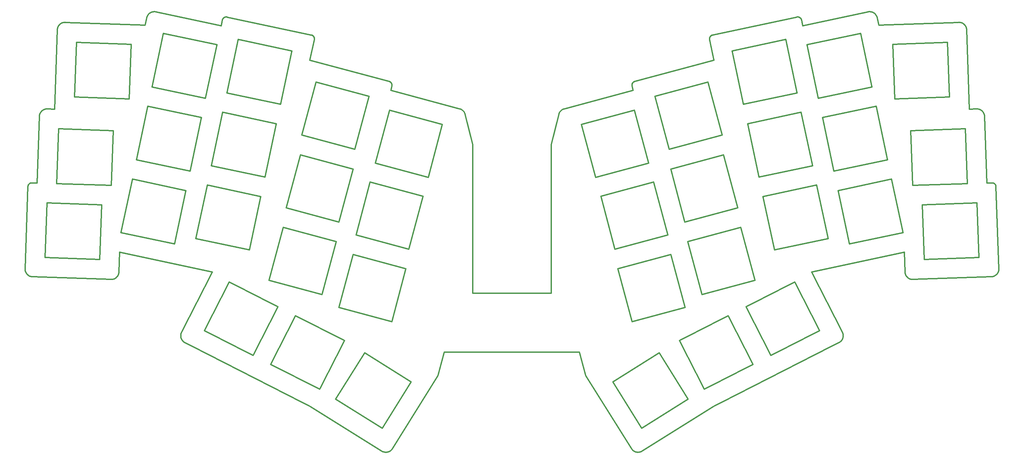
<source format=gm1>
%TF.GenerationSoftware,KiCad,Pcbnew,(6.0.6)*%
%TF.CreationDate,2022-07-10T22:04:11+09:00*%
%TF.ProjectId,nowt_top_plate,6e6f7774-5f74-46f7-905f-706c6174652e,rev?*%
%TF.SameCoordinates,Original*%
%TF.FileFunction,Profile,NP*%
%FSLAX46Y46*%
G04 Gerber Fmt 4.6, Leading zero omitted, Abs format (unit mm)*
G04 Created by KiCad (PCBNEW (6.0.6)) date 2022-07-10 22:04:11*
%MOMM*%
%LPD*%
G01*
G04 APERTURE LIST*
%TA.AperFunction,Profile*%
%ADD10C,0.349999*%
%TD*%
G04 APERTURE END LIST*
D10*
X60574183Y-106595409D02*
X60611627Y-106686843D01*
X268368122Y-66960407D02*
X268327007Y-66933615D01*
X178268392Y-129570598D02*
X170849523Y-117697925D01*
X221915456Y-62417575D02*
X208221379Y-65328338D01*
X135096517Y-95017428D02*
X135096517Y-57017425D01*
X182722188Y-110279056D02*
X182722188Y-110279056D01*
X71975821Y-24349573D02*
X71927106Y-24355292D01*
X181327611Y-66605006D02*
X181327611Y-66605006D01*
X265886617Y-49790467D02*
X265886617Y-49790467D01*
X111990434Y-135496236D02*
X112079714Y-135537795D01*
X245554595Y-89673526D02*
X245565355Y-89771720D01*
X196251191Y-28984401D02*
X196204852Y-29003241D01*
X43436566Y-91341699D02*
X43525265Y-91300922D01*
X89809743Y-100747767D02*
X83453878Y-113221858D01*
X114121679Y-43115027D02*
X114405217Y-42056855D01*
X21261983Y-90239163D02*
X21332297Y-90304519D01*
X43778705Y-91152846D02*
X43858413Y-91095112D01*
X145096517Y-95017428D02*
X145096517Y-95017428D01*
X94198866Y-29128076D02*
X94159703Y-29099278D01*
X269183735Y-89939904D02*
X269237338Y-89857698D01*
X132923131Y-48769717D02*
X132854309Y-48657354D01*
X113789873Y-135484815D02*
X113875812Y-135438151D01*
X218265957Y-24355285D02*
X218217241Y-24349566D01*
X170849523Y-117697925D02*
X170849523Y-117697925D01*
X219076756Y-25038712D02*
X219060131Y-24991083D01*
X80921697Y-70267982D02*
X67227628Y-67357219D01*
X176152925Y-135333081D02*
X176233767Y-135387805D01*
X202809606Y-73173369D02*
X202809606Y-73173369D01*
X52684961Y-23263975D02*
X52600446Y-23315928D01*
X176267282Y-40924330D02*
X176225182Y-40949138D01*
X267802320Y-90788848D02*
X267899518Y-90773335D01*
X268275047Y-90665030D02*
X268364806Y-90626759D01*
X157108606Y-49134266D02*
X157070913Y-49263894D01*
X26272052Y-47860498D02*
X26170279Y-47864677D01*
X94339232Y-29260203D02*
X94306680Y-29224780D01*
X105241948Y-80127971D02*
X118764913Y-83751437D01*
X228657003Y-107665782D02*
X228744304Y-107618594D01*
X93894249Y-28967784D02*
X93845379Y-28953446D01*
X175757100Y-41716043D02*
X175754285Y-41764772D01*
X132304768Y-48100941D02*
X132193269Y-48030727D01*
X195646475Y-29636186D02*
X195633837Y-29682954D01*
X187909185Y-107103633D02*
X187909185Y-107103633D01*
X221689946Y-89584628D02*
X245373235Y-84550586D01*
X52439988Y-23431798D02*
X52364686Y-23495165D01*
X54105573Y-23036988D02*
X54105573Y-23036988D01*
X246183538Y-90967509D02*
X246257758Y-91033351D01*
X71523509Y-24506906D02*
X71483903Y-24533992D01*
X256897420Y-44812654D02*
X242905950Y-45301246D01*
X71090017Y-25137643D02*
X70782987Y-26581882D01*
X195767001Y-29374974D02*
X195741834Y-29415828D01*
X263818517Y-47861493D02*
X263818517Y-47861493D01*
X95017347Y-41002997D02*
X95017347Y-41002997D01*
X195627507Y-30127522D02*
X195627507Y-30127522D01*
X135096517Y-57017425D02*
X135096517Y-57017425D01*
X104916845Y-58149425D02*
X108540303Y-44626464D01*
X108540303Y-44626464D02*
X95017347Y-41002997D01*
X20658979Y-88736903D02*
X20657987Y-88839836D01*
X24306516Y-49790496D02*
X24306516Y-49790496D01*
X229646511Y-105248485D02*
X229612973Y-105155926D01*
X25777502Y-47930616D02*
X25683537Y-47958800D01*
X175971030Y-41175638D02*
X175941359Y-41214897D01*
X52950339Y-23134955D02*
X52860082Y-23173456D01*
X260975525Y-26622183D02*
X260920704Y-26542902D01*
X113611145Y-135565474D02*
X113701602Y-135527290D01*
X195718634Y-29457854D02*
X195697449Y-29500978D01*
X53089696Y-42245528D02*
X66783757Y-45156291D01*
X260519862Y-26131564D02*
X260442282Y-26074864D01*
X256408818Y-30821180D02*
X256408818Y-30821180D01*
X22426160Y-66785197D02*
X22426160Y-66785197D01*
X20658979Y-88736903D02*
X20658979Y-88736903D01*
X60541166Y-106501826D02*
X60541166Y-106501826D01*
X218819772Y-24626271D02*
X218784350Y-24593718D01*
X52039739Y-47185174D02*
X52039739Y-47185174D01*
X217917028Y-24367413D02*
X196397756Y-28941468D01*
X175887700Y-41298049D02*
X175887700Y-41298049D01*
X177548786Y-135690894D02*
X177645427Y-135677076D01*
X21709027Y-67053107D02*
X21673586Y-67087827D01*
X71132950Y-24991083D02*
X71116325Y-25038711D01*
X177157838Y-135698601D02*
X177255882Y-135703868D01*
X72836072Y-92099246D02*
X85310170Y-98455112D01*
X51339437Y-26431175D02*
X30960530Y-25719528D01*
X53812128Y-22997017D02*
X53714069Y-22993416D01*
X113967856Y-40949123D02*
X113925758Y-40924315D01*
X237828302Y-23495161D02*
X237752997Y-23431794D01*
X21815130Y-90621130D02*
X21904630Y-90660099D01*
X22283981Y-90771780D02*
X22383551Y-90788002D01*
X21405715Y-90366495D02*
X21482116Y-90424961D01*
X102283841Y-107103633D02*
X89809743Y-100747767D01*
X21551265Y-67241424D02*
X21525731Y-67283099D01*
X155096517Y-95017428D02*
X155096517Y-95017428D01*
X227370000Y-63790000D02*
X224459233Y-50095937D01*
X80921697Y-70267982D02*
X80921697Y-70267982D01*
X43346035Y-91378081D02*
X43436566Y-91341699D01*
X114122474Y-41067767D02*
X114086027Y-41035302D01*
X265831951Y-49389130D02*
X265806262Y-49293222D01*
X268928841Y-90241720D02*
X268998296Y-90170863D01*
X229733760Y-105629534D02*
X229719011Y-105533004D01*
X131701619Y-47825593D02*
X114121679Y-43115027D01*
X25501590Y-48028360D02*
X25413869Y-48069494D01*
X60661123Y-104975345D02*
X60661123Y-104975345D01*
X21391515Y-67749690D02*
X21391515Y-67749690D01*
X246414520Y-91152905D02*
X246496729Y-91206493D01*
X114416865Y-42008640D02*
X114426074Y-41960119D01*
X93988216Y-29003252D02*
X93941878Y-28984411D01*
X228828795Y-107567368D02*
X228910360Y-107512238D01*
X114265467Y-135145627D02*
X114334376Y-135076003D01*
X29113032Y-26801045D02*
X29070411Y-26888821D01*
X108865422Y-66605006D02*
X108865422Y-66605006D01*
X22087054Y-66831855D02*
X22040943Y-66847811D01*
X83453878Y-113221858D02*
X83453878Y-113221858D01*
X22278161Y-66790947D02*
X22229551Y-66797675D01*
X60489329Y-106310753D02*
X60512826Y-106406723D01*
X195605485Y-29926168D02*
X195607120Y-29976165D01*
X43696500Y-91206434D02*
X43778705Y-91152846D01*
X131701619Y-47825593D02*
X131701619Y-47825593D01*
X198799154Y-54525958D02*
X185276189Y-58149425D01*
X33784208Y-30821180D02*
X33784208Y-30821180D01*
X60459294Y-105629571D02*
X60449278Y-105726649D01*
X237332905Y-23173453D02*
X237242650Y-23134952D01*
X30282392Y-25812919D02*
X30190183Y-25844838D01*
X261190471Y-27057277D02*
X261155804Y-26965504D01*
X158362265Y-47864869D02*
X158237069Y-47912370D01*
X185706090Y-85153811D02*
X189329564Y-98676776D01*
X21444880Y-67460476D02*
X21430174Y-67507085D01*
X229539668Y-106775976D02*
X229581425Y-106686823D01*
X131955962Y-47912396D02*
X131830767Y-47864898D01*
X237592534Y-23315924D02*
X237508022Y-23263971D01*
X113424249Y-135628556D02*
X113518645Y-135599264D01*
X157781941Y-48178093D02*
X157681105Y-48261904D01*
X114405217Y-42056855D02*
X114405217Y-42056855D01*
X242114019Y-65818885D02*
X242114019Y-65818885D01*
X72238301Y-43783864D02*
X85932363Y-46694627D01*
X238033299Y-23705232D02*
X237968553Y-23632026D01*
X238153295Y-47185174D02*
X241064061Y-60879237D01*
X260734913Y-26322717D02*
X260666307Y-26255612D01*
X64316861Y-81051284D02*
X64316861Y-81051284D01*
X20825762Y-89610233D02*
X20866881Y-89697950D01*
X20756229Y-89428298D02*
X20788838Y-89520306D01*
X228744304Y-107618594D02*
X228828795Y-107567368D01*
X21643384Y-90530845D02*
X21728007Y-90578002D01*
X113230842Y-135673141D02*
X113328099Y-135653247D01*
X180020574Y-61727084D02*
X166497609Y-65350551D01*
X44819799Y-84550586D02*
X68503080Y-89584628D01*
X21399856Y-67651060D02*
X21394474Y-67700164D01*
X61364226Y-107567376D02*
X61448715Y-107618602D01*
X261267429Y-27344923D02*
X261246414Y-27247108D01*
X94559200Y-29682968D02*
X94546565Y-29636201D01*
X21578854Y-67200979D02*
X21551265Y-67241424D01*
X219041291Y-24944743D02*
X219020310Y-24899742D01*
X228419942Y-68729648D02*
X228419942Y-68729648D01*
X21131153Y-90098831D02*
X21194895Y-90170557D01*
X25760633Y-85913226D02*
X25760633Y-85913226D01*
X87383420Y-73173369D02*
X100906385Y-76796836D01*
X118009908Y-88777278D02*
X104486943Y-85153811D01*
X223409276Y-45156291D02*
X220498510Y-31462224D01*
X29388518Y-26397424D02*
X29325349Y-26472909D01*
X259734242Y-25765020D02*
X259636760Y-25746077D01*
X264947734Y-48163998D02*
X264864841Y-48114835D01*
X29600675Y-26189604D02*
X29526448Y-26255445D01*
X60493509Y-105437242D02*
X60474043Y-105533043D01*
X127318883Y-51827590D02*
X113795919Y-48204124D01*
X237421420Y-23216470D02*
X237332905Y-23173453D01*
X245770160Y-90421918D02*
X245817033Y-90507556D01*
X122388379Y-70228473D02*
X122388379Y-70228473D01*
X84882413Y-51634273D02*
X71188344Y-48723508D01*
X268552619Y-67124096D02*
X268519087Y-67087823D01*
X175776168Y-42008677D02*
X175787816Y-42056893D01*
X71195817Y-24856131D02*
X71172771Y-24899744D01*
X114222000Y-41175621D02*
X114190531Y-41137981D01*
X267704119Y-90799589D02*
X267802320Y-90788848D01*
X93527974Y-123946704D02*
X111817571Y-135399585D01*
X48079023Y-65818885D02*
X48079023Y-65818885D01*
X127829030Y-110126506D02*
X145096517Y-110126506D01*
X218454323Y-24401219D02*
X218408356Y-24386373D01*
X265385921Y-48535170D02*
X265320583Y-48464843D01*
X94585905Y-29976174D02*
X94587542Y-29926178D01*
X177836166Y-135635377D02*
X177929914Y-135607555D01*
X207188085Y-91722178D02*
X207188085Y-91722178D01*
X108540303Y-44626464D02*
X108540303Y-44626464D01*
X53042160Y-23101003D02*
X52950339Y-23134955D01*
X94398965Y-29335383D02*
X94370009Y-29297095D01*
X260279060Y-25972715D02*
X260193677Y-25927510D01*
X217917028Y-24367413D02*
X217917028Y-24367413D01*
X47775678Y-31309773D02*
X47775678Y-31309773D01*
X228657003Y-107665782D02*
X228657003Y-107665782D01*
X218168023Y-24346251D02*
X218118379Y-24345387D01*
X265561134Y-48764286D02*
X265506327Y-48685012D01*
X238853597Y-26431175D02*
X238853597Y-26431175D01*
X44465636Y-90334119D02*
X44503921Y-90244377D01*
X245655376Y-90152840D02*
X245689258Y-90244398D01*
X22090277Y-90725038D02*
X22186182Y-90750748D01*
X177741279Y-135658561D02*
X177836166Y-135635377D01*
X247491491Y-67443198D02*
X247002889Y-53451728D01*
X211238744Y-110929202D02*
X223712835Y-104573337D01*
X113328099Y-135653247D02*
X113424249Y-135628556D01*
X52292802Y-23561958D02*
X52224437Y-23632030D01*
X218217241Y-24349566D02*
X218168023Y-24346251D01*
X269372646Y-89597756D02*
X269409042Y-89507220D01*
X111817571Y-135399585D02*
X111902995Y-135450156D01*
X24490742Y-49017981D02*
X24451787Y-49107497D01*
X249952336Y-72410342D02*
X263943807Y-71921748D01*
X43525265Y-91300922D02*
X43611965Y-91255813D01*
X219103063Y-25137647D02*
X219091091Y-25087583D01*
X25245580Y-48163861D02*
X25165273Y-48216853D01*
X25760633Y-85913226D02*
X39752103Y-86401813D01*
X75149060Y-30089796D02*
X72238301Y-43783864D01*
X61128780Y-107390820D02*
X61204143Y-107453350D01*
X261026576Y-26704205D02*
X260975525Y-26622183D01*
X21904630Y-90660099D02*
X21996386Y-90694778D01*
X175762284Y-41667536D02*
X175757100Y-41716043D01*
X135096517Y-95017428D02*
X135096517Y-95017428D01*
X175863970Y-41341609D02*
X175842518Y-41386095D01*
X172183126Y-88777278D02*
X172183126Y-88777278D01*
X52039739Y-47185174D02*
X49128980Y-60879237D01*
X206739156Y-113221858D02*
X206739156Y-113221858D01*
X247128150Y-91460285D02*
X247224353Y-91478464D01*
X175787816Y-42056893D02*
X176071355Y-43115027D01*
X60541166Y-106501826D02*
X60574183Y-106595409D01*
X229699543Y-105437201D02*
X229675372Y-105342303D01*
X133084440Y-49134253D02*
X133038503Y-49008477D01*
X157586059Y-48352045D02*
X157497110Y-48448208D01*
X113959275Y-135387403D02*
X114040116Y-135332673D01*
X259537717Y-25731936D02*
X259437242Y-25722718D01*
X85310170Y-98455112D02*
X78954297Y-110929202D01*
X268584207Y-67161840D02*
X268552619Y-67124096D01*
X132511927Y-48261913D02*
X132411090Y-48178106D01*
X113035188Y-135698248D02*
X113133146Y-135688132D01*
X245625970Y-90059632D02*
X245655376Y-90152840D01*
X28710080Y-66954608D02*
X28710080Y-66954608D01*
X114575116Y-134763888D02*
X126221341Y-116126506D01*
X61056689Y-107324792D02*
X61128780Y-107390820D01*
X43190145Y-53451728D02*
X43190145Y-53451728D01*
X241064061Y-60879237D02*
X241064061Y-60879237D01*
X24340171Y-49486913D02*
X24323969Y-49586497D01*
X269286732Y-89773161D02*
X269331856Y-89686458D01*
X118764913Y-83751437D02*
X122388379Y-70228473D01*
X42773685Y-91500607D02*
X42871717Y-91491898D01*
X260862241Y-26466484D02*
X260800267Y-26393048D01*
X194265065Y-119577724D02*
X187909185Y-107103633D01*
X261116845Y-26875986D02*
X261073726Y-26788846D01*
X25328489Y-48114701D02*
X25245580Y-48163861D01*
X268711694Y-67369811D02*
X268690380Y-67325920D01*
X237057619Y-23071629D02*
X236963192Y-23046871D01*
X71445617Y-24562948D02*
X71408726Y-24593727D01*
X24323969Y-49586497D02*
X24312707Y-49687732D01*
X246756678Y-91341756D02*
X246847213Y-91378137D01*
X132193269Y-48030727D02*
X132076898Y-47967775D01*
X245868089Y-90590897D02*
X245923254Y-90671781D01*
X71373305Y-24626279D02*
X71339429Y-24660557D01*
X71483903Y-24533992D02*
X71445617Y-24562948D01*
X60987987Y-107255401D02*
X61056689Y-107324792D01*
X219004689Y-48723508D02*
X219004689Y-48723508D01*
X22133914Y-66818160D02*
X22087054Y-66831855D01*
X112079714Y-135537795D02*
X112170660Y-135574803D01*
X176864934Y-135653613D02*
X176864934Y-135653613D01*
X175791943Y-41524231D02*
X175779718Y-41571542D01*
X236867723Y-23026759D02*
X236771387Y-23011325D01*
X61536016Y-107665790D02*
X61536016Y-107665790D01*
X242417363Y-31309773D02*
X256408818Y-30821180D01*
X269331856Y-89686458D02*
X269372646Y-89597756D01*
X264320143Y-47907079D02*
X264222681Y-47888120D01*
X83004949Y-91722178D02*
X83004949Y-91722178D01*
X177645427Y-135677076D02*
X177741279Y-135658561D01*
X229581425Y-106686823D02*
X229618872Y-106595387D01*
X267995551Y-90753122D02*
X268090258Y-90728285D01*
X268519087Y-67087823D02*
X268483648Y-67053103D01*
X113882422Y-40901556D02*
X113837920Y-40880900D01*
X72074681Y-24345392D02*
X72025038Y-24346257D01*
X260920704Y-26542902D02*
X260862241Y-26466484D01*
X229064249Y-107390810D02*
X229136342Y-107324781D01*
X60861208Y-107107070D02*
X60922788Y-107182782D01*
X145096517Y-95017428D02*
X135096517Y-95017428D01*
X42701551Y-67443198D02*
X43190145Y-53451728D01*
X24941258Y-48397605D02*
X24872655Y-48464711D01*
X114426074Y-41960119D02*
X114432854Y-41911380D01*
X21608462Y-67161844D02*
X21578854Y-67200979D01*
X53135372Y-23071632D02*
X53042160Y-23101003D01*
X44612293Y-89868905D02*
X44627826Y-89771719D01*
X26374997Y-47861484D02*
X26272052Y-47860498D01*
X265806262Y-49293222D02*
X265776023Y-49199327D01*
X238153295Y-47185174D02*
X238153295Y-47185174D01*
X175754285Y-41764772D02*
X175753853Y-41813636D01*
X21482116Y-90424961D02*
X21561380Y-90479788D01*
X247518303Y-91504515D02*
X247617513Y-91503497D01*
X176144975Y-41004686D02*
X176107008Y-41035318D01*
X112839184Y-135703974D02*
X112937142Y-135703519D01*
X176397115Y-48204124D02*
X176397115Y-48204124D01*
X196397756Y-28941468D02*
X196347692Y-28953440D01*
X20685507Y-89141090D02*
X20704442Y-89238560D01*
X114423198Y-41619313D02*
X114413307Y-41571517D01*
X170849523Y-117697925D02*
X182722188Y-110279056D01*
X195611303Y-30026439D02*
X195618083Y-30076917D01*
X155096517Y-57017425D02*
X155096517Y-95017428D01*
X84882413Y-51634273D02*
X84882413Y-51634273D01*
X176962189Y-135673503D02*
X177059882Y-135688489D01*
X268762496Y-67507085D02*
X268747789Y-67460474D01*
X133122136Y-49263879D02*
X133122136Y-49263879D01*
X242417363Y-31309773D02*
X242417363Y-31309773D01*
X229618872Y-106595387D02*
X229651891Y-106501803D01*
X94569577Y-29730459D02*
X94559200Y-29682968D01*
X241064061Y-60879237D02*
X227370000Y-63790000D01*
X263943807Y-71921748D02*
X263943807Y-71921748D01*
X259830032Y-25788642D02*
X259734242Y-25765020D01*
X162364003Y-110126506D02*
X163971700Y-116126506D01*
X157888262Y-48100925D02*
X157781941Y-48178093D01*
X95017347Y-41002997D02*
X91393880Y-54525958D01*
X113133146Y-135688132D02*
X113230842Y-135673141D01*
X24745332Y-48608478D02*
X24686873Y-48684897D01*
X176494924Y-40832110D02*
X176447344Y-40846131D01*
X265612172Y-48846299D02*
X265561134Y-48764286D01*
X265880424Y-49687719D02*
X265869162Y-49586500D01*
X114435928Y-41716014D02*
X114430742Y-41667508D01*
X261294898Y-27545746D02*
X261283634Y-27444509D01*
X178022346Y-135575124D02*
X178113288Y-135538113D01*
X47775678Y-31309773D02*
X33784208Y-30821180D01*
X268483648Y-67053103D02*
X268483648Y-67053103D01*
X71831476Y-24373745D02*
X71784711Y-24386382D01*
X238299217Y-24113145D02*
X238254077Y-24026465D01*
X126221341Y-116126506D02*
X127829030Y-110126506D01*
X224459233Y-50095937D02*
X224459233Y-50095937D01*
X114279468Y-41255700D02*
X114251670Y-41214879D01*
X217967633Y-24357988D02*
X217917028Y-24367413D01*
X44147580Y-90825483D02*
X44210739Y-90750002D01*
X229136342Y-107324781D02*
X229205048Y-107255390D01*
X122388379Y-70228473D02*
X108865422Y-66605006D01*
X52098667Y-23781429D02*
X52041462Y-23860463D01*
X202809606Y-73173369D02*
X189286657Y-76796836D01*
X196347692Y-28953440D02*
X196298821Y-28967776D01*
X21014193Y-89946539D02*
X21070879Y-90024115D01*
X268613814Y-67200976D02*
X268584207Y-67161840D01*
X247033116Y-91437463D02*
X247128150Y-91460285D01*
X52860082Y-23173456D02*
X52771565Y-23216474D01*
X238853597Y-26431175D02*
X238459569Y-24577460D01*
X28968823Y-27163345D02*
X28943965Y-27258047D01*
X53518633Y-23000603D02*
X53421605Y-23011327D01*
X61773091Y-68729648D02*
X61773091Y-68729648D01*
X259335466Y-25718543D02*
X259232518Y-25719533D01*
X68503080Y-89584628D02*
X60661123Y-104975345D01*
X229493715Y-106862710D02*
X229539668Y-106775976D01*
X223712835Y-104573337D02*
X217356969Y-92099246D01*
X42871717Y-91491898D02*
X42968915Y-91478421D01*
X44644506Y-89574496D02*
X44819799Y-84550586D01*
X28943965Y-27258047D02*
X28923731Y-27354076D01*
X21784680Y-66989277D02*
X21746146Y-67020186D01*
X177929914Y-135607555D02*
X178022346Y-135575124D01*
X269531635Y-88934822D02*
X269535524Y-88836110D01*
X268780782Y-90371913D02*
X268856283Y-90308761D01*
X260361972Y-26021874D02*
X260279060Y-25972715D01*
X60653383Y-106775994D02*
X60699334Y-106862728D01*
X23711377Y-66830077D02*
X23711377Y-66830077D01*
X175755813Y-41862546D02*
X175760178Y-41911415D01*
X112547589Y-135676743D02*
X112644232Y-135690557D01*
X176225182Y-40949138D02*
X176184390Y-40975941D01*
X228910360Y-107512238D02*
X228988883Y-107453341D01*
X247224353Y-91478464D02*
X247321556Y-91491936D01*
X60449278Y-105726649D02*
X60444008Y-105824100D01*
X260594580Y-26191854D02*
X260519862Y-26131564D01*
X155096517Y-95017428D02*
X145096517Y-95017428D01*
X157338728Y-48657358D02*
X157269908Y-48769724D01*
X54008054Y-23018771D02*
X53910181Y-23005458D01*
X268690380Y-67325920D02*
X268666937Y-67283096D01*
X189286657Y-76796836D02*
X185663182Y-63273875D01*
X29198674Y-52963138D02*
X28710080Y-66954608D01*
X196749273Y-35404974D02*
X176494924Y-40832110D01*
X93443761Y-35404974D02*
X94565511Y-30127528D01*
X220498510Y-31462224D02*
X234192571Y-28551461D01*
X209271337Y-70267982D02*
X222965398Y-67357219D01*
X268798195Y-67700164D02*
X268792813Y-67651060D01*
X229531926Y-104975291D02*
X221689946Y-89584628D01*
X217954732Y-43783864D02*
X217954732Y-43783864D01*
X268483648Y-67053103D02*
X268446526Y-67020182D01*
X265251994Y-48397740D02*
X265180285Y-48333983D01*
X133038503Y-49008477D02*
X132984631Y-48886862D01*
X195606350Y-29876523D02*
X195605485Y-29926168D01*
X52771565Y-23216474D02*
X52684961Y-23263975D01*
X131830767Y-47864898D02*
X131701619Y-47825593D01*
X269468398Y-89321315D02*
X269491235Y-89226277D01*
X30376101Y-25785521D02*
X30282392Y-25812919D01*
X61448715Y-107618602D02*
X61536016Y-107665790D01*
X245548680Y-89574489D02*
X245554595Y-89673526D01*
X22040943Y-66847811D02*
X21995666Y-66865997D01*
X71339429Y-24660557D02*
X71307171Y-24696511D01*
X52600446Y-23315928D02*
X52600446Y-23315928D01*
X196397756Y-28941468D02*
X196397756Y-28941468D01*
X268364806Y-90626759D02*
X268452593Y-90584157D01*
X25873289Y-47906990D02*
X25777502Y-47930616D01*
X175672573Y-134847199D02*
X175731016Y-134926904D01*
X264601858Y-47991540D02*
X264509861Y-47958910D01*
X114305326Y-41298030D02*
X114279468Y-41255700D01*
X113701602Y-135527290D02*
X113789873Y-135484815D01*
X28183896Y-47924653D02*
X28183896Y-47924653D01*
X265702417Y-49018060D02*
X265659309Y-48930931D01*
X269125986Y-90019610D02*
X269183735Y-89939904D01*
X30190183Y-25844838D02*
X30099640Y-25881214D01*
X229389681Y-107028386D02*
X229443681Y-106946892D01*
X66783757Y-45156291D02*
X69694524Y-31462224D01*
X30960530Y-25719528D02*
X30960530Y-25719528D01*
X265320583Y-48464843D02*
X265251994Y-48397740D01*
X204882863Y-98455112D02*
X204882863Y-98455112D01*
X195853824Y-29260186D02*
X195823045Y-29297078D01*
X48079023Y-65818885D02*
X45168256Y-79512950D01*
X71738745Y-24401229D02*
X71693652Y-24418236D01*
X208221379Y-65328338D02*
X205310613Y-51634273D01*
X260800267Y-26393048D02*
X260734913Y-26322717D01*
X29526448Y-26255445D02*
X29455576Y-26324882D01*
X69694524Y-31462224D02*
X69694524Y-31462224D01*
X20788838Y-89520306D02*
X20825762Y-89610233D01*
X190041661Y-81822677D02*
X190041661Y-81822677D01*
X262009130Y-47924653D02*
X262009130Y-47924653D01*
X175842518Y-41386095D02*
X175823355Y-41431419D01*
X44503921Y-90244377D02*
X44537803Y-90152823D01*
X60517679Y-105342346D02*
X60493509Y-105437242D01*
X218669564Y-24506896D02*
X218628711Y-24481729D01*
X91393880Y-54525958D02*
X104916845Y-58149425D01*
X93527974Y-123946704D02*
X93527974Y-123946704D01*
X30099640Y-25881214D02*
X30010928Y-25921986D01*
X145096517Y-110126506D02*
X162364003Y-110126506D01*
X268856283Y-90308761D02*
X268928841Y-90241720D01*
X157999762Y-48030708D02*
X157888262Y-48100925D01*
X236282804Y-23005457D02*
X236184929Y-23018770D01*
X87383420Y-73173369D02*
X87383420Y-73173369D01*
X176002500Y-41137997D02*
X175971030Y-41175638D01*
X94577649Y-29778600D02*
X94569577Y-29730459D01*
X30762605Y-25722369D02*
X30664561Y-25731066D01*
X114157332Y-41102011D02*
X114122474Y-41067767D01*
X229743777Y-105726614D02*
X229733760Y-105629534D01*
X219091091Y-25087583D02*
X219076756Y-25038712D01*
X28998233Y-27070133D02*
X28968823Y-27163345D01*
X47287084Y-45301246D02*
X47775678Y-31309773D01*
X113698117Y-40832093D02*
X113698117Y-40832093D01*
X94546565Y-29636201D02*
X94531720Y-29590234D01*
X172183126Y-88777278D02*
X185706090Y-85153811D01*
X218885908Y-24696504D02*
X218853650Y-24660549D01*
X247617513Y-91503497D02*
X267605077Y-90805484D01*
X218853650Y-24660549D02*
X218819772Y-24626271D01*
X218916473Y-24734088D02*
X218885908Y-24696504D01*
X21480974Y-67369813D02*
X21461826Y-67414691D01*
X237103337Y-42245528D02*
X237103337Y-42245528D01*
X229736248Y-106116892D02*
X229745298Y-106019383D01*
X221689946Y-89584628D02*
X221689946Y-89584628D01*
X157497110Y-48448208D02*
X157414564Y-48550082D01*
X218018109Y-24351207D02*
X217967633Y-24357988D01*
X247419595Y-91500641D02*
X247518303Y-91504515D01*
X245817033Y-90507556D02*
X245868089Y-90590897D01*
X24306516Y-49790496D02*
X23711377Y-66830077D01*
X68277578Y-62417575D02*
X81971646Y-65328338D01*
X178289999Y-135450471D02*
X178375417Y-135399898D01*
X113328099Y-135653247D02*
X113328099Y-135653247D01*
X256897420Y-44812654D02*
X256897420Y-44812654D01*
X237900187Y-23561954D02*
X237828302Y-23495161D01*
X51938916Y-24026469D02*
X51893775Y-24113148D01*
X112451735Y-135658231D02*
X112547589Y-135676743D01*
X29455576Y-26324882D02*
X29388518Y-26397424D01*
X60580076Y-105155974D02*
X60546539Y-105248531D01*
X267963119Y-66797671D02*
X267914510Y-66790943D01*
X196204852Y-29003241D02*
X196159850Y-29024222D01*
X88843129Y-33000560D02*
X75149060Y-30089796D01*
X68503080Y-89584628D02*
X68503080Y-89584628D01*
X21525731Y-67283099D02*
X21502288Y-67325922D01*
X171428121Y-83751437D02*
X167804647Y-70228473D01*
X60444008Y-105824100D02*
X60443497Y-105921747D01*
X93795316Y-28941473D02*
X93795316Y-28941473D01*
X264779478Y-48069624D02*
X264691774Y-48028485D01*
X44638588Y-89673529D02*
X44644506Y-89574496D01*
X60618275Y-105064853D02*
X60580076Y-105155974D01*
X53616179Y-22994622D02*
X53518633Y-23000603D01*
X112741489Y-135699644D02*
X112839184Y-135703974D01*
X102283841Y-107103633D02*
X102283841Y-107103633D01*
X28891515Y-27648513D02*
X28183896Y-47924653D01*
X199186147Y-59650409D02*
X202809606Y-73173369D01*
X218118379Y-24345387D02*
X218068383Y-24347023D01*
X204260671Y-46694627D02*
X201349904Y-33000560D01*
X20912073Y-89783327D02*
X20961218Y-89866233D01*
X96527906Y-95345645D02*
X100151372Y-81822677D01*
X268407990Y-66989273D02*
X268368122Y-66960407D01*
X261283634Y-27444509D02*
X261267429Y-27344923D01*
X246847213Y-91378137D02*
X246939414Y-91410060D01*
X229680232Y-106406698D02*
X229703729Y-106310727D01*
X206739156Y-113221858D02*
X194265065Y-119577724D01*
X222965398Y-67357219D02*
X225876165Y-81051284D01*
X72225425Y-24357988D02*
X72174949Y-24351209D01*
X65733808Y-50095937D02*
X65733808Y-50095937D01*
X22383551Y-90788002D02*
X22484771Y-90799285D01*
X70782987Y-26581882D02*
X70782987Y-26581882D01*
X114401081Y-41524207D02*
X114386531Y-41477471D01*
X229722397Y-106214066D02*
X229736248Y-106116892D01*
X184951085Y-80127971D02*
X184951085Y-80127971D01*
X242114019Y-65818885D02*
X245024785Y-79512950D01*
X267766515Y-66785193D02*
X267766515Y-66785193D01*
X22376549Y-66784677D02*
X22327188Y-66786604D01*
X71276606Y-24734094D02*
X71247809Y-24773257D01*
X268792813Y-67651060D02*
X268785045Y-67602458D01*
X93443761Y-35404974D02*
X93443761Y-35404974D01*
X114193357Y-135211682D02*
X114265467Y-135145627D01*
X114413307Y-41571517D02*
X114401081Y-41524207D01*
X265886617Y-49790467D02*
X265880424Y-49687719D01*
X176071355Y-43115027D02*
X176071355Y-43115027D01*
X269409042Y-89507220D02*
X269440980Y-89415018D01*
X52364686Y-23495165D02*
X52292802Y-23561958D01*
X268058753Y-66818156D02*
X268011228Y-66806752D01*
X203564626Y-78199210D02*
X203564626Y-78199210D01*
X176397115Y-48204124D02*
X180020574Y-61727084D01*
X45168256Y-79512950D02*
X45168256Y-79512950D01*
X113792321Y-40862402D02*
X113745697Y-40846115D01*
X196116236Y-29047269D02*
X196074056Y-29072308D01*
X195994196Y-29128061D02*
X195956611Y-29158626D01*
X261301091Y-27648511D02*
X261301091Y-27648511D01*
X94306680Y-29224780D02*
X94272403Y-29190902D01*
X162874150Y-51827590D02*
X162874150Y-51827590D01*
X195920656Y-29190886D02*
X195886377Y-29224763D01*
X24361184Y-49389099D02*
X24340171Y-49486913D01*
X104529851Y-63273875D02*
X91006887Y-59650409D01*
X265506327Y-48685012D02*
X265447879Y-48608600D01*
X223712835Y-104573337D02*
X223712835Y-104573337D01*
X114386441Y-102300242D02*
X118009908Y-88777278D01*
X94272403Y-29190902D02*
X94236449Y-29158642D01*
X268801152Y-67749690D02*
X268798195Y-67700164D01*
X72174949Y-24351209D02*
X72124676Y-24347026D01*
X218709172Y-24533982D02*
X218669564Y-24506896D01*
X51893775Y-24113148D02*
X51852857Y-24202084D01*
X185276189Y-58149425D02*
X181652730Y-44626464D01*
X132984631Y-48886862D02*
X132923131Y-48769717D01*
X71172771Y-24899744D02*
X71151790Y-24944744D01*
X100906385Y-76796836D02*
X104529851Y-63273875D01*
X43160142Y-91437413D02*
X43253838Y-91410007D01*
X29839668Y-26016467D02*
X29757450Y-26070053D01*
X228988883Y-107453341D02*
X229064249Y-107390810D01*
X28183896Y-47924653D02*
X26374997Y-47861484D01*
X218628711Y-24481729D02*
X218586685Y-24458530D01*
X70782987Y-26581882D02*
X54105573Y-23036988D01*
X265105585Y-48273693D02*
X265028025Y-48216991D01*
X85310170Y-98455112D02*
X85310170Y-98455112D01*
X195741834Y-29415828D02*
X195718634Y-29457854D01*
X229675372Y-105342303D02*
X229646511Y-105248485D01*
X33784208Y-30821180D02*
X33295613Y-44812654D01*
X112170660Y-135574803D02*
X112263095Y-135607231D01*
X25970767Y-47888044D02*
X25873289Y-47906990D01*
X94565511Y-30127528D02*
X94574938Y-30076924D01*
X21461826Y-67414691D02*
X21444880Y-67460476D01*
X229703729Y-106310727D02*
X229722397Y-106214066D01*
X261220718Y-27151186D02*
X261190471Y-27057277D01*
X234192571Y-28551461D02*
X234192571Y-28551461D01*
X60443497Y-105921747D02*
X60447760Y-106019413D01*
X167804647Y-70228473D02*
X181327611Y-66605006D01*
X263921446Y-47860527D02*
X263818517Y-47861493D01*
X181652730Y-44626464D02*
X181652730Y-44626464D01*
X44210739Y-90750002D02*
X44269936Y-90671741D01*
X196298821Y-28967776D02*
X196251191Y-28984401D01*
X94370009Y-29297095D02*
X94339232Y-29260203D01*
X219410039Y-26581882D02*
X219410039Y-26581882D01*
X247002889Y-53451728D02*
X247002889Y-53451728D01*
X21640052Y-67124100D02*
X21608462Y-67161844D01*
X21865661Y-66933618D02*
X21824546Y-66960411D01*
X94583366Y-29827316D02*
X94577649Y-29778600D01*
X175760178Y-41911415D02*
X175766959Y-41960154D01*
X176317230Y-135438548D02*
X176403169Y-135485206D01*
X267865484Y-66786600D02*
X267816125Y-66784673D01*
X43253838Y-91410007D02*
X43346035Y-91378081D01*
X245727544Y-90334145D02*
X245770160Y-90421918D01*
X237508022Y-23263971D02*
X237421420Y-23216470D01*
X94514714Y-29545140D02*
X94495596Y-29500994D01*
X163971700Y-116126506D02*
X175617910Y-134764339D01*
X112263095Y-135607231D02*
X112356846Y-135635050D01*
X72025038Y-24346257D02*
X71975821Y-24349573D01*
X78954297Y-110929202D02*
X78954297Y-110929202D01*
X256408818Y-30821180D02*
X256897420Y-44812654D01*
X237242650Y-23134952D02*
X237150830Y-23101000D01*
X195607120Y-29976165D02*
X195611303Y-30026439D01*
X236771387Y-23011325D02*
X236674358Y-23000601D01*
X175731016Y-134926904D02*
X175793093Y-135003350D01*
X225876165Y-81051284D02*
X225876165Y-81051284D01*
X209271337Y-70267982D02*
X209271337Y-70267982D01*
X199186147Y-59650409D02*
X199186147Y-59650409D01*
X195609666Y-29827304D02*
X195606350Y-29876523D01*
X60611627Y-106686843D02*
X60653383Y-106775994D01*
X178113288Y-135538113D02*
X178202564Y-135496552D01*
X259437242Y-25722718D02*
X259335466Y-25718543D01*
X260994359Y-52963138D02*
X260994359Y-52963138D01*
X162364003Y-110126506D02*
X162364003Y-110126506D01*
X268998296Y-90170863D02*
X269064152Y-90096652D01*
X28897433Y-27549470D02*
X28891515Y-27648513D01*
X176074848Y-135274479D02*
X176152925Y-135333081D01*
X176674393Y-135599639D02*
X176768787Y-135628927D01*
X259924000Y-25816824D02*
X259830032Y-25788642D01*
X261073726Y-26788846D02*
X261026576Y-26704205D01*
X29757450Y-26070053D02*
X29677731Y-26127786D01*
X238204814Y-23942188D02*
X238151530Y-23860459D01*
X132076898Y-47967775D02*
X131955962Y-47912396D01*
X175927571Y-135146052D02*
X175999682Y-135212101D01*
X71116325Y-25038711D02*
X71101989Y-25087580D01*
X190041661Y-81822677D02*
X203564626Y-78199210D01*
X158237069Y-47912370D02*
X158116133Y-47967753D01*
X67227628Y-67357219D02*
X64316861Y-81051284D01*
X111902995Y-135450156D02*
X111990434Y-135496236D01*
X177451531Y-135699985D02*
X177548786Y-135690894D01*
X71693652Y-24418236D02*
X71649508Y-24437356D01*
X72238301Y-43783864D02*
X72238301Y-43783864D01*
X176107008Y-41035318D02*
X176070560Y-41067783D01*
X247617513Y-91503497D02*
X247617513Y-91503497D01*
X61536016Y-107665790D02*
X93527974Y-123946704D01*
X25012982Y-48333846D02*
X24941258Y-48397605D01*
X113925758Y-40924315D02*
X113882422Y-40901556D01*
X81971646Y-65328338D02*
X84882413Y-51634273D01*
X30861317Y-25718502D02*
X30762605Y-25722369D01*
X246334807Y-91095170D02*
X246414520Y-91152905D01*
X24386878Y-49293178D02*
X24361184Y-49389099D01*
X71784711Y-24386382D02*
X71738745Y-24401229D01*
X245548680Y-89574489D02*
X245548680Y-89574489D01*
X268730843Y-67414690D02*
X268711694Y-67369811D01*
X195615384Y-29778587D02*
X195609666Y-29827304D01*
X26069807Y-47873899D02*
X25970767Y-47888044D01*
X21746146Y-67020186D02*
X21709027Y-67053107D01*
X24533859Y-48930841D02*
X24490742Y-49017981D01*
X237968553Y-23632026D02*
X237900187Y-23561954D01*
X176310618Y-40901571D02*
X176267282Y-40924330D01*
X114350506Y-41386074D02*
X114329055Y-41341589D01*
X236576811Y-22994620D02*
X236478920Y-22993415D01*
X175823355Y-41431419D02*
X175806493Y-41477494D01*
X86628408Y-78199210D02*
X86628408Y-78199210D01*
X246939414Y-91410060D02*
X247033116Y-91437463D01*
X100151372Y-81822677D02*
X100151372Y-81822677D01*
X203564626Y-78199210D02*
X207188085Y-91722178D01*
X29325349Y-26472909D02*
X29266142Y-26551175D01*
X21824546Y-66960411D02*
X21784680Y-66989277D01*
X201349904Y-33000560D02*
X215043981Y-30089796D01*
X94495596Y-29500994D02*
X94474413Y-29457871D01*
X269509428Y-89130072D02*
X269522916Y-89032864D01*
X60447760Y-106019413D02*
X60456810Y-106116921D01*
X163971700Y-116126506D02*
X163971700Y-116126506D01*
X44269936Y-90671741D02*
X44325098Y-90590860D01*
X21394474Y-67700164D02*
X21391515Y-67749690D01*
X71564362Y-24481739D02*
X71523509Y-24506906D01*
X217356969Y-92099246D02*
X204882863Y-98455112D01*
X52518608Y-23372004D02*
X52439988Y-23431798D01*
X261301091Y-27648511D02*
X261294898Y-27545746D01*
X158491414Y-47825561D02*
X158491414Y-47825561D01*
X85932363Y-46694627D02*
X88843129Y-33000560D01*
X22327188Y-66786604D02*
X22278161Y-66790947D01*
X200383290Y-100747767D02*
X200383290Y-100747767D01*
X219004689Y-48723508D02*
X221915456Y-62417575D01*
X112356846Y-135635050D02*
X112451735Y-135658231D01*
X71878966Y-24363365D02*
X71831476Y-24373745D01*
X211238744Y-110929202D02*
X211238744Y-110929202D01*
X52041462Y-23860463D02*
X51988178Y-23942191D01*
X119343511Y-117697925D02*
X107470845Y-110279056D01*
X114040116Y-135332673D02*
X114118192Y-135274065D01*
X100863477Y-98676776D02*
X100863477Y-98676776D01*
X114575116Y-134763888D02*
X114575116Y-134763888D01*
X123695417Y-65350551D02*
X127318883Y-51827590D01*
X268183477Y-90698896D02*
X268275047Y-90665030D01*
X268011228Y-66806752D02*
X267963119Y-66797671D01*
X20657987Y-88839836D02*
X20662158Y-88941599D01*
X145096517Y-110126506D02*
X145096517Y-110126506D01*
X222965398Y-67357219D02*
X222965398Y-67357219D01*
X113795919Y-48204124D02*
X113795919Y-48204124D01*
X247321556Y-91491936D02*
X247419595Y-91500641D01*
X263943807Y-71921748D02*
X264432409Y-85913226D01*
X175787816Y-42056893D02*
X175787816Y-42056893D01*
X260193677Y-25927510D02*
X260105953Y-25886379D01*
X71408726Y-24593727D02*
X71373305Y-24626279D01*
X25683537Y-47958800D02*
X25591523Y-47991422D01*
X54105573Y-23036988D02*
X54008054Y-23018771D01*
X268105613Y-66831851D02*
X268058753Y-66818156D01*
X53325269Y-23026762D02*
X53229800Y-23046874D01*
X234192571Y-28551461D02*
X237103337Y-42245528D01*
X114334376Y-135076003D02*
X114399941Y-135002914D01*
X28891515Y-27648513D02*
X28891515Y-27648513D01*
X195697449Y-29500978D02*
X195678329Y-29545124D01*
X68277578Y-62417575D02*
X68277578Y-62417575D01*
X218586685Y-24458530D02*
X218543562Y-24437346D01*
X266481664Y-66830077D02*
X265886617Y-49790467D01*
X104486943Y-85153811D02*
X100863477Y-98676776D01*
X245923254Y-90671781D02*
X245982455Y-90750046D01*
X269440980Y-89415018D02*
X269468398Y-89321315D01*
X112937142Y-135703519D02*
X113035188Y-135698248D01*
X72124676Y-24347026D02*
X72074681Y-24345392D01*
X44325098Y-90590860D02*
X44376151Y-90507522D01*
X21417743Y-67554440D02*
X21407625Y-67602459D01*
X83004949Y-91722178D02*
X96527906Y-95345645D01*
X265741365Y-49107566D02*
X265702417Y-49018060D01*
X71151790Y-24944744D02*
X71132950Y-24991083D01*
X44644506Y-89574496D02*
X44644506Y-89574496D01*
X218945271Y-24773252D02*
X218916473Y-24734088D01*
X259232518Y-25719533D02*
X238853597Y-26431175D01*
X22426160Y-66785197D02*
X22376549Y-66784677D01*
X132854309Y-48657354D02*
X132778471Y-48550082D01*
X250440923Y-86401813D02*
X249952336Y-72410342D01*
X29266142Y-26551175D02*
X29210972Y-26632060D01*
X100151372Y-81822677D02*
X86628408Y-78199210D01*
X267766515Y-66785193D02*
X266481664Y-66830077D01*
X44819799Y-84550586D02*
X44819799Y-84550586D01*
X218972226Y-24813948D02*
X218945271Y-24773252D01*
X229443681Y-106946892D02*
X229493715Y-106862710D01*
X61773091Y-68729648D02*
X48079023Y-65818885D01*
X114251670Y-41214879D02*
X114222000Y-41175621D01*
X91006887Y-59650409D02*
X87383420Y-73173369D01*
X237592534Y-23315924D02*
X237592534Y-23315924D01*
X94587542Y-29926178D02*
X94586679Y-29876534D01*
X238151530Y-23860459D02*
X238094325Y-23781425D01*
X264123658Y-47873961D02*
X264023203Y-47864723D01*
X40240697Y-72410342D02*
X26249227Y-71921748D01*
X24451787Y-49107497D02*
X24417122Y-49199270D01*
X127829030Y-110126506D02*
X127829030Y-110126506D01*
X44009671Y-90967456D02*
X44080533Y-90898021D01*
X264023203Y-47864723D02*
X263921446Y-47860527D01*
X268151723Y-66847807D02*
X268105613Y-66831851D01*
X175999682Y-135212101D02*
X176074848Y-135274479D01*
X218499417Y-24418226D02*
X218454323Y-24401219D01*
X218784350Y-24593718D02*
X218747459Y-24562939D01*
X175913559Y-41255718D02*
X175887700Y-41298049D01*
X158491414Y-47825561D02*
X158362265Y-47864869D01*
X269535524Y-88836110D02*
X269534520Y-88736896D01*
X60803362Y-107028401D02*
X60861208Y-107107070D01*
X72276029Y-24367411D02*
X72225425Y-24357988D01*
X229331833Y-107107057D02*
X229389681Y-107028386D01*
X218543562Y-24437346D02*
X218499417Y-24418226D01*
X28908196Y-27451271D02*
X28897433Y-27549470D01*
X21561380Y-90479788D02*
X21643384Y-90530845D01*
X114121679Y-43115027D02*
X114121679Y-43115027D01*
X107470845Y-110279056D02*
X100051976Y-122151729D01*
X176403169Y-135485206D02*
X176491439Y-135527676D01*
X175887700Y-41298049D02*
X175863970Y-41341609D01*
X71247809Y-24773257D02*
X71220855Y-24813953D01*
X265180285Y-48333983D02*
X265105585Y-48273693D01*
X246112671Y-90898072D02*
X246183538Y-90967509D01*
X132411090Y-48178106D02*
X132304768Y-48100941D01*
X20728057Y-89334339D02*
X20756229Y-89428298D01*
X22181441Y-66806756D02*
X22133914Y-66818160D01*
X195623458Y-29730445D02*
X195615384Y-29778587D01*
X238436547Y-24480962D02*
X238408900Y-24386136D01*
X21907941Y-66908931D02*
X21865661Y-66933618D01*
X30471143Y-25762704D02*
X30376101Y-25785521D01*
X71220855Y-24813953D02*
X71195817Y-24856131D01*
X267605077Y-90805484D02*
X267704119Y-90799589D01*
X229749049Y-105824067D02*
X229743777Y-105726614D01*
X29526448Y-26255445D02*
X29526448Y-26255445D01*
X71606386Y-24458540D02*
X71564362Y-24481739D01*
X60922788Y-107182782D02*
X60987987Y-107255401D01*
X94426049Y-29374991D02*
X94398965Y-29335383D01*
X236087407Y-23036988D02*
X236087407Y-23036988D01*
X127318883Y-51827590D02*
X127318883Y-51827590D01*
X66480207Y-104573337D02*
X66480207Y-104573337D01*
X158116133Y-47967753D02*
X157999762Y-48030708D01*
X24417122Y-49199270D02*
X24386878Y-49293178D01*
X94586679Y-29876534D02*
X94583366Y-29827316D01*
X237752997Y-23431794D02*
X237674375Y-23372000D01*
X61282664Y-107512247D02*
X61364226Y-107567376D01*
X245373235Y-84550586D02*
X245373235Y-84550586D01*
X21430174Y-67507085D02*
X21417743Y-67554440D01*
X268785045Y-67602458D02*
X268774927Y-67554439D01*
X21070879Y-90024115D02*
X21131153Y-90098831D01*
X52224437Y-23632030D02*
X52159692Y-23705236D01*
X176447344Y-40846131D02*
X176400720Y-40862418D01*
X53714069Y-22993416D02*
X53616179Y-22994622D01*
X52159692Y-23705236D02*
X52098667Y-23781429D01*
X155096517Y-57017425D02*
X155096517Y-57017425D01*
X259636760Y-25746077D02*
X259537717Y-25731936D01*
X44537803Y-90152823D02*
X44567208Y-90059618D01*
X195618083Y-30076917D02*
X195627507Y-30127522D01*
X200383290Y-100747767D02*
X206739156Y-113221858D01*
X72276029Y-24367411D02*
X72276029Y-24367411D01*
X266481664Y-66830077D02*
X266481664Y-66830077D01*
X126221341Y-116126506D02*
X126221341Y-116126506D01*
X245580887Y-89868911D02*
X245601116Y-89964935D01*
X114439178Y-41813604D02*
X114438744Y-41764742D01*
X195678329Y-29545124D02*
X195661321Y-29590218D01*
X43935457Y-91033295D02*
X44009671Y-90967456D01*
X195886377Y-29224763D02*
X195853824Y-29260186D01*
X268666937Y-67283096D02*
X268641403Y-67241421D01*
X176184390Y-40975941D02*
X176144975Y-41004686D01*
X71307171Y-24696511D02*
X71276606Y-24734094D01*
X113875812Y-135438151D02*
X113959275Y-135387403D01*
X94531720Y-29590234D02*
X94514714Y-29545140D01*
X267605077Y-90805484D02*
X267605077Y-90805484D01*
X20704442Y-89238560D02*
X20728057Y-89334339D01*
X65733808Y-50095937D02*
X52039739Y-47185174D01*
X246045619Y-90825530D02*
X246112671Y-90898072D01*
X175779718Y-41571542D02*
X175769828Y-41619340D01*
X229205048Y-107255390D02*
X229270250Y-107182770D01*
X119343511Y-117697925D02*
X119343511Y-117697925D01*
X157681105Y-48261904D02*
X157586059Y-48352045D01*
X21391515Y-67749690D02*
X20658979Y-88736903D01*
X114462015Y-134926464D02*
X114520456Y-134846754D01*
X215043981Y-30089796D02*
X215043981Y-30089796D01*
X29159910Y-26715404D02*
X29113032Y-26801045D01*
X29032120Y-26978571D02*
X28998233Y-27070133D01*
X21995666Y-66865997D02*
X21951304Y-66886380D01*
X176355121Y-40880916D02*
X176310618Y-40901571D01*
X189329564Y-98676776D02*
X175806600Y-102300242D01*
X42674983Y-91504487D02*
X42773685Y-91500607D01*
X114437218Y-41862513D02*
X114439178Y-41813604D01*
X83453878Y-113221858D02*
X95927968Y-119577724D01*
X175617910Y-134764339D02*
X175672573Y-134847199D01*
X180020574Y-61727084D02*
X180020574Y-61727084D01*
X238254077Y-24026465D02*
X238204814Y-23942188D01*
X60470662Y-106214093D02*
X60489329Y-106310753D01*
X91006887Y-59650409D02*
X91006887Y-59650409D01*
X229745298Y-106019383D02*
X229749561Y-105921716D01*
X114438744Y-41764742D02*
X114435928Y-41716014D01*
X176491439Y-135527676D02*
X176581895Y-135565855D01*
X246183538Y-90967509D02*
X246183538Y-90967509D01*
X105241948Y-80127971D02*
X105241948Y-80127971D01*
X113518645Y-135599264D02*
X113611145Y-135565474D01*
X245982455Y-90750046D02*
X246045619Y-90825530D01*
X78010930Y-83962050D02*
X80921697Y-70267982D01*
X114048062Y-41004670D02*
X114008648Y-40975926D01*
X166497609Y-65350551D02*
X162874150Y-51827590D01*
X113745697Y-40846115D02*
X113698117Y-40832093D01*
X184951085Y-80127971D02*
X171428121Y-83751437D01*
X176233767Y-135387805D02*
X176317230Y-135438548D01*
X53229800Y-23046874D02*
X53135372Y-23071632D01*
X112644232Y-135690557D02*
X112741489Y-135699644D01*
X22229551Y-66797675D02*
X22181441Y-66806756D01*
X219020310Y-24899742D02*
X218997264Y-24856128D01*
X20866881Y-89697950D02*
X20912073Y-89783327D01*
X236087407Y-23036988D02*
X219410039Y-26581882D01*
X231330709Y-82423713D02*
X228419942Y-68729648D01*
X21673586Y-67087827D02*
X21640052Y-67124100D01*
X268538245Y-90537298D02*
X268621602Y-90486255D01*
X53089696Y-42245528D02*
X53089696Y-42245528D01*
X100863477Y-98676776D02*
X114386441Y-102300242D01*
X220498510Y-31462224D02*
X220498510Y-31462224D01*
X40240697Y-72410342D02*
X40240697Y-72410342D01*
X51852857Y-24202084D02*
X51816262Y-24293130D01*
X93941878Y-28984411D02*
X93894249Y-28967784D01*
X264509861Y-47958910D02*
X264415913Y-47930716D01*
X114118192Y-135274065D02*
X114193357Y-135211682D01*
X175617910Y-134764339D02*
X175617910Y-134764339D01*
X175806493Y-41477494D02*
X175791943Y-41524231D01*
X22587522Y-90805499D02*
X42575780Y-91503474D01*
X60699334Y-106862728D02*
X60749365Y-106946908D01*
X267914510Y-66790943D02*
X267865484Y-66786600D01*
X238094325Y-23781425D02*
X238033299Y-23705232D01*
X187909185Y-107103633D02*
X200383290Y-100747767D01*
X229651891Y-106501803D02*
X229651891Y-106501803D01*
X175806600Y-102300242D02*
X172183126Y-88777278D01*
X75149060Y-30089796D02*
X75149060Y-30089796D01*
X29198674Y-52963138D02*
X29198674Y-52963138D01*
X178375417Y-135399898D02*
X178375417Y-135399898D01*
X195823045Y-29297078D02*
X195794088Y-29335365D01*
X51756442Y-24480965D02*
X51733419Y-24577463D01*
X51733419Y-24577463D02*
X51733419Y-24577463D01*
X175766959Y-41960154D02*
X175776168Y-42008677D01*
X113698117Y-40832093D02*
X93443761Y-35404974D01*
X162874150Y-51827590D02*
X176397115Y-48204124D01*
X114432854Y-41911380D02*
X114437218Y-41862513D01*
X175941359Y-41214897D02*
X175913559Y-41255718D01*
X218997264Y-24856128D02*
X218972226Y-24813948D01*
X218068383Y-24347023D02*
X218018109Y-24351207D01*
X132606974Y-48352051D02*
X132511927Y-48261913D01*
X21407625Y-67602459D02*
X21399856Y-67651060D01*
X177353838Y-135704320D02*
X177451531Y-135699985D01*
X245373235Y-84550586D02*
X245548680Y-89574489D01*
X118009908Y-88777278D02*
X118009908Y-88777278D01*
X42575780Y-91503474D02*
X42575780Y-91503474D01*
X24312707Y-49687732D02*
X24306516Y-49790496D01*
X60456810Y-106116921D02*
X60470662Y-106214093D01*
X245601116Y-89964935D02*
X245625970Y-90059632D01*
X157269908Y-48769724D02*
X157208410Y-48886870D01*
X114405217Y-42056855D02*
X114416865Y-42008640D01*
X229651891Y-106501803D02*
X229680232Y-106406698D01*
X20961218Y-89866233D02*
X21014193Y-89946539D01*
X269534520Y-88736896D02*
X268801152Y-67749690D01*
X20662158Y-88941599D02*
X20671372Y-89042060D01*
X22186182Y-90750748D02*
X22283981Y-90771780D01*
X260994359Y-52963138D02*
X261482946Y-66954608D01*
X205310613Y-51634273D02*
X205310613Y-51634273D01*
X44080533Y-90898021D02*
X44147580Y-90825483D01*
X157208410Y-48886870D02*
X157154541Y-49008488D01*
X114086027Y-41035302D02*
X114048062Y-41004670D01*
X245565355Y-89771720D02*
X245580887Y-89868911D01*
X71188344Y-48723508D02*
X71188344Y-48723508D01*
X94581719Y-30026447D02*
X94585905Y-29976174D01*
X195794088Y-29335365D02*
X195767001Y-29374974D01*
X229531926Y-104975291D02*
X229531926Y-104975291D01*
X91393880Y-54525958D02*
X91393880Y-54525958D01*
X238459569Y-24577460D02*
X238459569Y-24577460D01*
X111817571Y-135399585D02*
X111817571Y-135399585D01*
X94119009Y-29072322D02*
X94076830Y-29047282D01*
X219060131Y-24991083D02*
X219041291Y-24944743D01*
X178375417Y-135399898D02*
X196665059Y-123946704D01*
X245024785Y-79512950D02*
X245024785Y-79512950D01*
X44009671Y-90967456D02*
X44009671Y-90967456D01*
X113795919Y-48204124D02*
X110172460Y-61727084D01*
X114430742Y-41667508D02*
X114423198Y-41619313D01*
X60546539Y-105248531D02*
X60517679Y-105342346D01*
X71101989Y-25087580D02*
X71090017Y-25137643D01*
X176400720Y-40862418D02*
X176355121Y-40880916D01*
X24581006Y-48846200D02*
X24533859Y-48930841D01*
X236184929Y-23018770D02*
X236087407Y-23036988D01*
X44592063Y-89964926D02*
X44612293Y-89868905D01*
X33295613Y-44812654D02*
X33295613Y-44812654D01*
X181327611Y-66605006D02*
X184951085Y-80127971D01*
X22484771Y-90799285D02*
X22587522Y-90805499D01*
X229719011Y-105533004D02*
X229699543Y-105437201D01*
X260666307Y-26255612D02*
X260594580Y-26191854D01*
X175793093Y-135003350D02*
X175858659Y-135076434D01*
X30664561Y-25731066D02*
X30567352Y-25744532D01*
X195175695Y-41002997D02*
X195175695Y-41002997D01*
X261482946Y-66954608D02*
X261482946Y-66954608D01*
X88843129Y-33000560D02*
X88843129Y-33000560D01*
X43611965Y-91255813D02*
X43696500Y-91206434D01*
X25087697Y-48273555D02*
X25012982Y-48333846D01*
X268774927Y-67554439D02*
X268762496Y-67507085D01*
X261482946Y-66954608D02*
X247491491Y-67443198D01*
X262009130Y-47924653D02*
X261301091Y-27648511D01*
X245024785Y-79512950D02*
X231330709Y-82423713D01*
X268747789Y-67460474D02*
X268730843Y-67414690D01*
X94076830Y-29047282D02*
X94033217Y-29024234D01*
X189329564Y-98676776D02*
X189329564Y-98676776D01*
X56000455Y-28551461D02*
X53089696Y-42245528D01*
X268641403Y-67241421D02*
X268613814Y-67200976D01*
X26170279Y-47864677D02*
X26069807Y-47873899D01*
X268621602Y-90486255D02*
X268702502Y-90431102D01*
X196665059Y-123946704D02*
X228657003Y-107665782D01*
X39752103Y-86401813D02*
X40240697Y-72410342D01*
X60512826Y-106406723D02*
X60541166Y-106501826D01*
X195633837Y-29682954D02*
X195623458Y-29730445D01*
X157414564Y-48550082D02*
X157338728Y-48657358D01*
X269522916Y-89032864D02*
X269531635Y-88934822D01*
X263818517Y-47861493D02*
X262009130Y-47924653D01*
X157154541Y-49008488D02*
X157108606Y-49134266D01*
X265447879Y-48608600D02*
X265385921Y-48535170D01*
X114305326Y-41298030D02*
X114305326Y-41298030D01*
X264432409Y-85913226D02*
X250440923Y-86401813D01*
X42968915Y-91478421D02*
X43065112Y-91460239D01*
X71090017Y-25137643D02*
X71090017Y-25137643D01*
X269534520Y-88736896D02*
X269534520Y-88736896D01*
X24686873Y-48684897D02*
X24632054Y-48764178D01*
X201349904Y-33000560D02*
X201349904Y-33000560D01*
X195175695Y-41002997D02*
X198799154Y-54525958D01*
X190141057Y-122151729D02*
X190141057Y-122151729D01*
X114369669Y-41431397D02*
X114350506Y-41386074D01*
X176071355Y-43115027D02*
X158491414Y-47825561D01*
X104486943Y-85153811D02*
X104486943Y-85153811D01*
X176864934Y-135653613D02*
X176962189Y-135673503D01*
X265869162Y-49586500D02*
X265852962Y-49486930D01*
X269237338Y-89857698D02*
X269286732Y-89773161D01*
X94451215Y-29415845D02*
X94426049Y-29374991D01*
X28923731Y-27354076D02*
X28908196Y-27451271D01*
X51988178Y-23942191D02*
X51938916Y-24026469D01*
X23711377Y-66830077D02*
X22426160Y-66785197D01*
X195661321Y-29590218D02*
X195646475Y-29636186D01*
X219410039Y-26581882D02*
X219103063Y-25137647D01*
X264222681Y-47888120D02*
X264123658Y-47873961D01*
X110172460Y-61727084D02*
X110172460Y-61727084D01*
X269491235Y-89226277D02*
X269509428Y-89130072D01*
X246496729Y-91206493D02*
X246581270Y-91255872D01*
X176768787Y-135628927D02*
X176864934Y-135653613D01*
X26249227Y-71921748D02*
X25760633Y-85913226D01*
X44423022Y-90421888D02*
X44465636Y-90334119D01*
X24632054Y-48764178D02*
X24581006Y-48846200D01*
X195627507Y-30127522D02*
X196749273Y-35404974D01*
X133122136Y-49263879D02*
X133084440Y-49134253D01*
X21709027Y-67053107D02*
X21709027Y-67053107D01*
X110172460Y-61727084D02*
X123695417Y-65350551D01*
X21951304Y-66886380D02*
X21907941Y-66908931D01*
X60474043Y-105533043D02*
X60459294Y-105629571D01*
X229612973Y-105155926D02*
X229574774Y-105064802D01*
X196033360Y-29099263D02*
X195994196Y-29128061D01*
X190141057Y-122151729D02*
X178268392Y-129570598D01*
X260016017Y-25849443D02*
X259924000Y-25816824D01*
X64316861Y-81051284D02*
X78010930Y-83962050D01*
X265852962Y-49486930D02*
X265831951Y-49389130D01*
X176581895Y-135565855D02*
X176674393Y-135599639D01*
X44627826Y-89771719D02*
X44638588Y-89673529D01*
X196749273Y-35404974D02*
X196749273Y-35404974D01*
X236380859Y-22997016D02*
X236282804Y-23005457D01*
X182722188Y-110279056D02*
X190141057Y-122151729D01*
X69694524Y-31462224D02*
X56000455Y-28551461D01*
X21194895Y-90170557D02*
X21261983Y-90239163D01*
X56000455Y-28551461D02*
X56000455Y-28551461D01*
X89809743Y-100747767D02*
X89809743Y-100747767D01*
X268241363Y-66886376D02*
X268197001Y-66865993D01*
X114190531Y-41137981D02*
X114157332Y-41102011D01*
X218361590Y-24373736D02*
X218314099Y-24363357D01*
X29677731Y-26127786D02*
X29600675Y-26189604D01*
X66480207Y-104573337D02*
X72836072Y-92099246D01*
X29210972Y-26632060D02*
X29159910Y-26715404D01*
X25413869Y-48069494D02*
X25328489Y-48114701D01*
X265028025Y-48216991D02*
X264947734Y-48163998D01*
X114008648Y-40975926D02*
X113967856Y-40949123D01*
X207188085Y-91722178D02*
X193665136Y-95345645D01*
X181652730Y-44626464D02*
X195175695Y-41002997D01*
X268090258Y-90728285D02*
X268183477Y-90698896D01*
X71927106Y-24355292D02*
X71878966Y-24363365D01*
X264864841Y-48114835D02*
X264779478Y-48069624D01*
X30010928Y-25921986D02*
X29924216Y-25967091D01*
X94565511Y-30127528D02*
X94565511Y-30127528D01*
X51339437Y-26431175D02*
X51339437Y-26431175D01*
X185706090Y-85153811D02*
X185706090Y-85153811D01*
X44567208Y-90059618D02*
X44592063Y-89964926D01*
X215043981Y-30089796D02*
X217954732Y-43783864D01*
X114520456Y-134846754D02*
X114575116Y-134763888D01*
X242905950Y-45301246D02*
X242417363Y-31309773D01*
X78954297Y-110929202D02*
X66480207Y-104573337D01*
X60661123Y-104975345D02*
X60618275Y-105064853D01*
X51784090Y-24386139D02*
X51756442Y-24480965D01*
X100051976Y-122151729D02*
X100051976Y-122151729D01*
X44376151Y-90507522D02*
X44423022Y-90421888D01*
X157070913Y-49263894D02*
X155096517Y-57017425D01*
X218747459Y-24562939D02*
X218709172Y-24533982D01*
X58862325Y-82423713D02*
X61773091Y-68729648D01*
X175858659Y-135076434D02*
X175927571Y-135146052D01*
X225876165Y-81051284D02*
X212182103Y-83962050D01*
X94033217Y-29024234D02*
X93988216Y-29003252D01*
X176035700Y-41102027D02*
X176002500Y-41137997D01*
X71188344Y-48723508D02*
X68277578Y-62417575D01*
X224459233Y-50095937D02*
X238153295Y-47185174D01*
X221915456Y-62417575D02*
X221915456Y-62417575D01*
X43858413Y-91095112D02*
X43935457Y-91033295D01*
X217954732Y-43783864D02*
X204260671Y-46694627D01*
X260442282Y-26074864D02*
X260361972Y-26021874D01*
X237674375Y-23372000D02*
X237592534Y-23315924D01*
X53910181Y-23005458D02*
X53812128Y-22997017D01*
X43065112Y-91460239D02*
X43160142Y-91437413D01*
X268998296Y-90170863D02*
X268998296Y-90170863D01*
X107470845Y-110279056D02*
X107470845Y-110279056D01*
X21332297Y-90304519D02*
X21405715Y-90366495D01*
X25591523Y-47991422D02*
X25501590Y-48028360D01*
X195956611Y-29158626D02*
X195920656Y-29190886D01*
X259232518Y-25719533D02*
X259232518Y-25719533D01*
X93795316Y-28941473D02*
X72276029Y-24367411D01*
X49128980Y-60879237D02*
X62823041Y-63790000D01*
X260105953Y-25886379D02*
X260016017Y-25849443D01*
X218408356Y-24386373D02*
X218361590Y-24373736D01*
X29070411Y-26888821D02*
X29032120Y-26978571D01*
X268327007Y-66933615D02*
X268284726Y-66908927D01*
X175753853Y-41813636D02*
X175755813Y-41862546D01*
X24872655Y-48464711D02*
X24807303Y-48535042D01*
X71649508Y-24437356D02*
X71606386Y-24458540D01*
X267816125Y-66784673D02*
X267766515Y-66785193D01*
X22587522Y-90805499D02*
X22587522Y-90805499D01*
X196665059Y-123946704D02*
X196665059Y-123946704D01*
X24807303Y-48535042D02*
X24745332Y-48608478D01*
X176070560Y-41067783D02*
X176035700Y-41102027D01*
X26374997Y-47861484D02*
X26374997Y-47861484D01*
X111924642Y-129570598D02*
X119343511Y-117697925D01*
X52600446Y-23315928D02*
X52518608Y-23372004D01*
X177255882Y-135703868D02*
X177353838Y-135704320D01*
X238340135Y-24202081D02*
X238299217Y-24113145D01*
X236963192Y-23046871D02*
X236867723Y-23026759D01*
X247002889Y-53451728D02*
X260994359Y-52963138D01*
X265776023Y-49199327D02*
X265741365Y-49107566D01*
X236478920Y-22993415D02*
X236380859Y-22997016D01*
X268284726Y-66908927D02*
X268241363Y-66886376D01*
X196074056Y-29072308D02*
X196033360Y-29099263D01*
X236674358Y-23000601D02*
X236576811Y-22994620D01*
X21728007Y-90578002D02*
X21815130Y-90621130D01*
X67227628Y-67357219D02*
X67227628Y-67357219D01*
X228419942Y-68729648D02*
X242114019Y-65818885D01*
X176494924Y-40832110D02*
X176494924Y-40832110D01*
X238459569Y-24577460D02*
X238436547Y-24480962D01*
X267899518Y-90773335D02*
X267995551Y-90753122D01*
X135096517Y-57017425D02*
X133122136Y-49263879D01*
X268197001Y-66865993D02*
X268151723Y-66847807D01*
X94236449Y-29158642D02*
X94198866Y-29128076D01*
X94474413Y-29457871D02*
X94451215Y-29415845D01*
X264432409Y-85913226D02*
X264432409Y-85913226D01*
X26249227Y-71921748D02*
X26249227Y-71921748D01*
X25165273Y-48216853D02*
X25087697Y-48273555D01*
X268452593Y-90584157D02*
X268538245Y-90537298D01*
X61204143Y-107453350D02*
X61282664Y-107512247D01*
X264691774Y-48028485D02*
X264601858Y-47991540D01*
X246581270Y-91255872D02*
X246667974Y-91300981D01*
X175769828Y-41619340D02*
X175762284Y-41667536D01*
X268801152Y-67749690D02*
X268801152Y-67749690D01*
X28710080Y-66954608D02*
X42701551Y-67443198D01*
X95927968Y-119577724D02*
X102283841Y-107103633D01*
X60749365Y-106946908D02*
X60803362Y-107028401D01*
X49128980Y-60879237D02*
X49128980Y-60879237D01*
X132695924Y-48448211D02*
X132606974Y-48352051D01*
X114399941Y-135002914D02*
X114462015Y-134926464D01*
X33295613Y-44812654D02*
X47287084Y-45301246D01*
X269064152Y-90096652D02*
X269125986Y-90019610D01*
X42575780Y-91503474D02*
X42674983Y-91504487D01*
X114386531Y-41477471D02*
X114369669Y-41431397D01*
X108865422Y-66605006D02*
X105241948Y-80127971D01*
X185663182Y-63273875D02*
X199186147Y-59650409D01*
X246667974Y-91300981D02*
X246756678Y-91341756D01*
X86628408Y-78199210D02*
X83004949Y-91722178D01*
X94574938Y-30076924D02*
X94581719Y-30026447D01*
X167804647Y-70228473D02*
X167804647Y-70228473D01*
X229574774Y-105064802D02*
X229531926Y-104975291D01*
X198799154Y-54525958D02*
X198799154Y-54525958D01*
X29924216Y-25967091D02*
X29839668Y-26016467D01*
X229749561Y-105921716D02*
X229749049Y-105824067D01*
X193665136Y-95345645D02*
X190041661Y-81822677D01*
X249952336Y-72410342D02*
X249952336Y-72410342D01*
X246257758Y-91033351D02*
X246334807Y-91095170D01*
X229270250Y-107182770D02*
X229331833Y-107107057D01*
X212182103Y-83962050D02*
X209271337Y-70267982D01*
X94159703Y-29099278D02*
X94119009Y-29072322D01*
X45168256Y-79512950D02*
X58862325Y-82423713D01*
X177059882Y-135688489D02*
X177157838Y-135698601D01*
X21502288Y-67325922D02*
X21480974Y-67369813D01*
X93845379Y-28953446D02*
X93795316Y-28941473D01*
X30960530Y-25719528D02*
X30861317Y-25718502D01*
X196159850Y-29024222D02*
X196116236Y-29047269D01*
X218314099Y-24363357D02*
X218265957Y-24355285D01*
X157070913Y-49263894D02*
X157070913Y-49263894D01*
X51733419Y-24577463D02*
X51339437Y-26431175D01*
X238376729Y-24293126D02*
X238340135Y-24202081D01*
X30567352Y-25744532D02*
X30471143Y-25762704D01*
X114329055Y-41341589D02*
X114305326Y-41298030D01*
X204882863Y-98455112D02*
X211238744Y-110929202D01*
X264415913Y-47930716D02*
X264320143Y-47907079D01*
X205310613Y-51634273D02*
X219004689Y-48723508D01*
X238408900Y-24386136D02*
X238376729Y-24293126D01*
X265659309Y-48930931D02*
X265612172Y-48846299D01*
X185663182Y-63273875D02*
X185663182Y-63273875D01*
X21996386Y-90694778D02*
X22090277Y-90725038D01*
X43190145Y-53451728D02*
X29198674Y-52963138D01*
X100051976Y-122151729D02*
X111924642Y-129570598D01*
X132778471Y-48550082D02*
X132695924Y-48448211D01*
X53421605Y-23011327D02*
X53325269Y-23026762D01*
X245689258Y-90244398D02*
X245727544Y-90334145D01*
X113837920Y-40880900D02*
X113792321Y-40862402D01*
X178202564Y-135496552D02*
X178289999Y-135450471D01*
X261155804Y-26965504D02*
X261116845Y-26875986D01*
X261246414Y-27247108D02*
X261220718Y-27151186D01*
X268446526Y-67020182D02*
X268407990Y-66989273D01*
X62823041Y-63790000D02*
X65733808Y-50095937D01*
X51816262Y-24293130D02*
X51784090Y-24386139D01*
X20671372Y-89042060D02*
X20685507Y-89141090D01*
X237103337Y-42245528D02*
X223409276Y-45156291D01*
X237150830Y-23101000D02*
X237057619Y-23071629D01*
X104529851Y-63273875D02*
X104529851Y-63273875D01*
X268702502Y-90431102D02*
X268780782Y-90371913D01*
M02*

</source>
